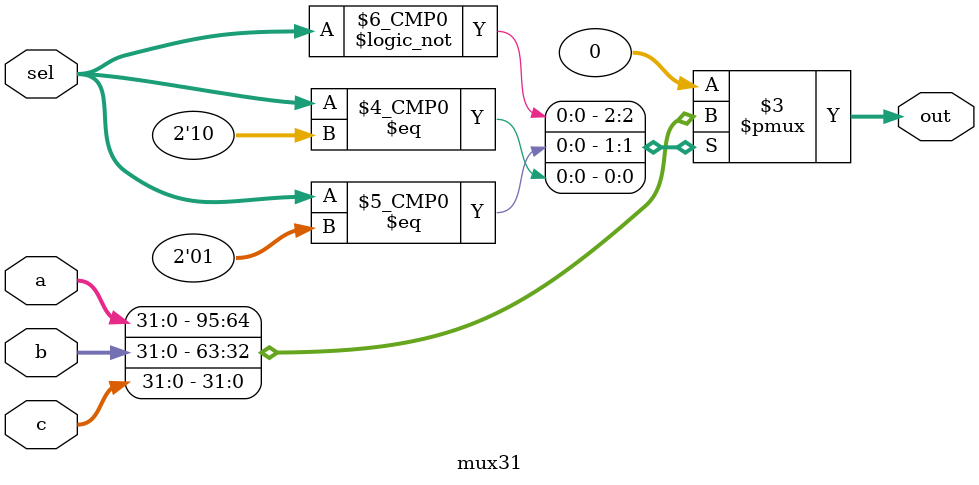
<source format=sv>
module mux31 (input [31:0] a, b, c, input logic [1:0] sel ,output logic [31:0] out);

    always_comb
    begin
        case(sel)
        2'b00: out = a;
        2'b01: out = b;
        2'b10: out = c;
        default: out = 32'b0;
        endcase
    end

endmodule 
</source>
